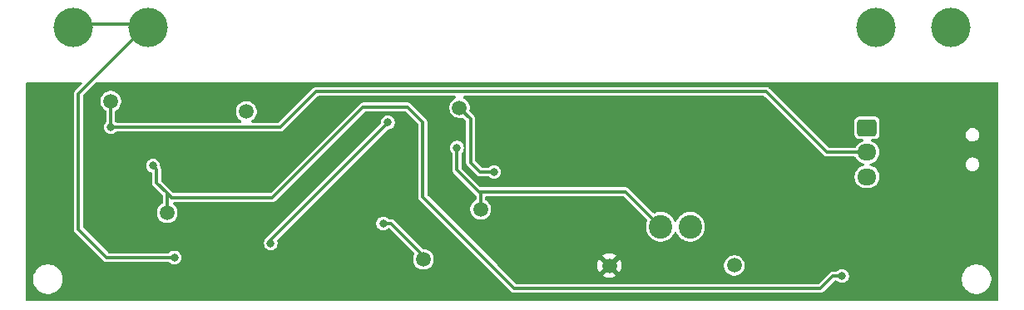
<source format=gbr>
%TF.GenerationSoftware,KiCad,Pcbnew,9.0.5*%
%TF.CreationDate,2025-12-22T18:40:51+01:00*%
%TF.ProjectId,Carte__lectronique,43617274-655f-4e96-9c65-6374726f6e69,rev?*%
%TF.SameCoordinates,Original*%
%TF.FileFunction,Copper,L2,Bot*%
%TF.FilePolarity,Positive*%
%FSLAX46Y46*%
G04 Gerber Fmt 4.6, Leading zero omitted, Abs format (unit mm)*
G04 Created by KiCad (PCBNEW 9.0.5) date 2025-12-22 18:40:51*
%MOMM*%
%LPD*%
G01*
G04 APERTURE LIST*
G04 Aperture macros list*
%AMRoundRect*
0 Rectangle with rounded corners*
0 $1 Rounding radius*
0 $2 $3 $4 $5 $6 $7 $8 $9 X,Y pos of 4 corners*
0 Add a 4 corners polygon primitive as box body*
4,1,4,$2,$3,$4,$5,$6,$7,$8,$9,$2,$3,0*
0 Add four circle primitives for the rounded corners*
1,1,$1+$1,$2,$3*
1,1,$1+$1,$4,$5*
1,1,$1+$1,$6,$7*
1,1,$1+$1,$8,$9*
0 Add four rect primitives between the rounded corners*
20,1,$1+$1,$2,$3,$4,$5,0*
20,1,$1+$1,$4,$5,$6,$7,0*
20,1,$1+$1,$6,$7,$8,$9,0*
20,1,$1+$1,$8,$9,$2,$3,0*%
G04 Aperture macros list end*
%TA.AperFunction,ComponentPad*%
%ADD10C,1.500000*%
%TD*%
%TA.AperFunction,ComponentPad*%
%ADD11C,4.000000*%
%TD*%
%TA.AperFunction,ComponentPad*%
%ADD12RoundRect,0.250000X-0.725000X0.600000X-0.725000X-0.600000X0.725000X-0.600000X0.725000X0.600000X0*%
%TD*%
%TA.AperFunction,ComponentPad*%
%ADD13O,1.950000X1.700000*%
%TD*%
%TA.AperFunction,ComponentPad*%
%ADD14C,2.400000*%
%TD*%
%TA.AperFunction,ViaPad*%
%ADD15C,0.800000*%
%TD*%
%TA.AperFunction,Conductor*%
%ADD16C,0.300000*%
%TD*%
G04 APERTURE END LIST*
D10*
%TO.P,TP5,1,1*%
%TO.N,/tripleur*%
X46571200Y-87206800D03*
%TD*%
D11*
%TO.P,V1,1,1*%
%TO.N,/400V_HV_TP*%
X118262200Y-78612800D03*
X110642200Y-78612800D03*
%TO.P,V1,2,2*%
%TO.N,Net-(C10-Pad1)*%
X36596200Y-78612800D03*
X28981200Y-78612800D03*
%TD*%
D10*
%TO.P,TP1,1,1*%
%TO.N,+5V*%
X83521200Y-102906800D03*
%TD*%
%TO.P,TP3,1,1*%
%TO.N,Net-(R4-Pad1)*%
X64596200Y-102256800D03*
%TD*%
%TO.P,TP8,1,1*%
%TO.N,/out_NE-Mono*%
X38521200Y-97506800D03*
%TD*%
%TO.P,TP2,1,1*%
%TO.N,GND*%
X96239687Y-102885185D03*
%TD*%
D12*
%TO.P,J1,1,Pin_1*%
%TO.N,GND*%
X109753200Y-88852800D03*
D13*
%TO.P,J1,2,Pin_2*%
%TO.N,INT*%
X109753200Y-91352800D03*
%TO.P,J1,3,Pin_3*%
%TO.N,Net-(J1-Pin_3)*%
X109753200Y-93852800D03*
%TD*%
D10*
%TO.P,TP7,1,1*%
%TO.N,/out_NE-A*%
X68271200Y-86806800D03*
%TD*%
D14*
%TO.P,L2,1,1*%
%TO.N,/boost_dc*%
X88751200Y-98932800D03*
%TO.P,L2,2,2*%
%TO.N,Net-(U1-VCC)*%
X91751200Y-98932800D03*
%TD*%
D10*
%TO.P,TP4,1,1*%
%TO.N,/boost_dc*%
X70421200Y-97156800D03*
%TD*%
%TO.P,TP6,1,1*%
%TO.N,INT*%
X32771200Y-86156800D03*
%TD*%
D15*
%TO.N,+5V*%
X107211200Y-100898800D03*
X39193935Y-87336319D03*
X78241200Y-96392800D03*
X105181200Y-92328800D03*
X118101200Y-87096800D03*
%TO.N,/boost_dc*%
X68003324Y-90878056D03*
%TO.N,INT*%
X32791200Y-88788800D03*
%TO.N,/400V_HV_TP*%
X60985200Y-88303300D03*
X49057200Y-100610800D03*
%TO.N,/out_NE-A*%
X71790377Y-93356632D03*
%TO.N,/out_NE-Mono*%
X37067448Y-92714800D03*
X107211200Y-103946800D03*
%TO.N,Net-(R4-Pad1)*%
X60495200Y-98602800D03*
%TO.N,Net-(C10-Pad1)*%
X39246200Y-102069300D03*
%TD*%
D16*
%TO.N,/boost_dc*%
X70421200Y-95558451D02*
X70421200Y-97156800D01*
X68003324Y-93140575D02*
X68003324Y-90878056D01*
X88751200Y-98932800D02*
X85195200Y-95376800D01*
X85195200Y-95376800D02*
X70239549Y-95376800D01*
X70239549Y-95376800D02*
X70421200Y-95558451D01*
X70239549Y-95376800D02*
X68003324Y-93140575D01*
%TO.N,INT*%
X32771200Y-86156800D02*
X32771200Y-88768800D01*
X50047200Y-88788800D02*
X53679200Y-85156800D01*
X109744200Y-91343800D02*
X109753200Y-91352800D01*
X32771200Y-88768800D02*
X32791200Y-88788800D01*
X99465200Y-85156800D02*
X105652200Y-91343800D01*
X32791200Y-88788800D02*
X50047200Y-88788800D01*
X53679200Y-85156800D02*
X99465200Y-85156800D01*
X105652200Y-91343800D02*
X109744200Y-91343800D01*
%TO.N,/400V_HV_TP*%
X60985200Y-88303300D02*
X60985200Y-88342800D01*
X49057200Y-100270800D02*
X49057200Y-100610800D01*
X60985200Y-88342800D02*
X49057200Y-100270800D01*
%TO.N,/out_NE-A*%
X69396200Y-87931800D02*
X69396200Y-92406800D01*
X68271200Y-86806800D02*
X69396200Y-87931800D01*
X70346032Y-93356632D02*
X71790377Y-93356632D01*
X69396200Y-92406800D02*
X70346032Y-93356632D01*
%TO.N,/out_NE-Mono*%
X64541200Y-88264800D02*
X64541200Y-95884800D01*
X37067448Y-92714800D02*
X37453448Y-93100800D01*
X38521200Y-97506800D02*
X38521200Y-95518800D01*
X49213681Y-95972319D02*
X58445200Y-86740800D01*
X64541200Y-95884800D02*
X73863200Y-105206800D01*
X37453448Y-94451048D02*
X38521200Y-95518800D01*
X38521200Y-95518800D02*
X38974719Y-95972319D01*
X105011200Y-105206800D02*
X106271200Y-103946800D01*
X38974719Y-95972319D02*
X49213681Y-95972319D01*
X58445200Y-86740800D02*
X63017200Y-86740800D01*
X37453448Y-93100800D02*
X37453448Y-94451048D01*
X106271200Y-103946800D02*
X107211200Y-103946800D01*
X63017200Y-86740800D02*
X64541200Y-88264800D01*
X73863200Y-105206800D02*
X105011200Y-105206800D01*
%TO.N,Net-(R4-Pad1)*%
X61317200Y-98602800D02*
X64596200Y-101881800D01*
X64596200Y-101881800D02*
X64596200Y-102256800D01*
X60495200Y-98602800D02*
X61317200Y-98602800D01*
%TO.N,Net-(C10-Pad1)*%
X36265200Y-78612800D02*
X29489200Y-85388800D01*
X29489200Y-85388800D02*
X29489200Y-99186800D01*
X29489200Y-99186800D02*
X32371700Y-102069300D01*
X32371700Y-102069300D02*
X39246200Y-102069300D01*
X36251062Y-78267662D02*
X36596200Y-78612800D01*
X36596200Y-78612800D02*
X36265200Y-78612800D01*
X27714696Y-78267662D02*
X36251062Y-78267662D01*
%TD*%
%TA.AperFunction,Conductor*%
%TO.N,+5V*%
G36*
X29802174Y-84226085D02*
G01*
X29847929Y-84278889D01*
X29857873Y-84348047D01*
X29828848Y-84411603D01*
X29822816Y-84418081D01*
X29128713Y-85112183D01*
X29128709Y-85112189D01*
X29069401Y-85214912D01*
X29069400Y-85214917D01*
X29038700Y-85329491D01*
X29038700Y-99246108D01*
X29062912Y-99336472D01*
X29069400Y-99360685D01*
X29069400Y-99360686D01*
X29069401Y-99360687D01*
X29128711Y-99463414D01*
X32095086Y-102429790D01*
X32197814Y-102489099D01*
X32312391Y-102519800D01*
X38654682Y-102519800D01*
X38721721Y-102539485D01*
X38742358Y-102556114D01*
X38799655Y-102613411D01*
X38799659Y-102613415D01*
X38914382Y-102690071D01*
X38914395Y-102690078D01*
X39041867Y-102742878D01*
X39041872Y-102742880D01*
X39041876Y-102742880D01*
X39041877Y-102742881D01*
X39177204Y-102769800D01*
X39177207Y-102769800D01*
X39315195Y-102769800D01*
X39406241Y-102751689D01*
X39450528Y-102742880D01*
X39578011Y-102690075D01*
X39692742Y-102613414D01*
X39790314Y-102515842D01*
X39866975Y-102401111D01*
X39919780Y-102273628D01*
X39931109Y-102216672D01*
X39946700Y-102138295D01*
X39946700Y-102000304D01*
X39919781Y-101864977D01*
X39919780Y-101864976D01*
X39919780Y-101864972D01*
X39919013Y-101863120D01*
X39866978Y-101737495D01*
X39866971Y-101737482D01*
X39790314Y-101622758D01*
X39790311Y-101622754D01*
X39692745Y-101525188D01*
X39692741Y-101525185D01*
X39578017Y-101448528D01*
X39578004Y-101448521D01*
X39450532Y-101395721D01*
X39450522Y-101395718D01*
X39315195Y-101368800D01*
X39315193Y-101368800D01*
X39177207Y-101368800D01*
X39177205Y-101368800D01*
X39041877Y-101395718D01*
X39041867Y-101395721D01*
X38914395Y-101448521D01*
X38914382Y-101448528D01*
X38799659Y-101525184D01*
X38771011Y-101553832D01*
X38742361Y-101582482D01*
X38681041Y-101615966D01*
X38654682Y-101618800D01*
X32609666Y-101618800D01*
X32542627Y-101599115D01*
X32521985Y-101582481D01*
X31619299Y-100679795D01*
X48356699Y-100679795D01*
X48383618Y-100815122D01*
X48383621Y-100815132D01*
X48436421Y-100942604D01*
X48436428Y-100942617D01*
X48513085Y-101057341D01*
X48513088Y-101057345D01*
X48610654Y-101154911D01*
X48610658Y-101154914D01*
X48725382Y-101231571D01*
X48725395Y-101231578D01*
X48852867Y-101284378D01*
X48852872Y-101284380D01*
X48852876Y-101284380D01*
X48852877Y-101284381D01*
X48988204Y-101311300D01*
X48988207Y-101311300D01*
X49126195Y-101311300D01*
X49217241Y-101293189D01*
X49261528Y-101284380D01*
X49389011Y-101231575D01*
X49503742Y-101154914D01*
X49601314Y-101057342D01*
X49677975Y-100942611D01*
X49730780Y-100815128D01*
X49757700Y-100679793D01*
X49757700Y-100541807D01*
X49757700Y-100541804D01*
X49730781Y-100406477D01*
X49730780Y-100406476D01*
X49730780Y-100406472D01*
X49726589Y-100396353D01*
X49712065Y-100361289D01*
X49704596Y-100291820D01*
X49735871Y-100229341D01*
X49738917Y-100226184D01*
X51293306Y-98671795D01*
X59794699Y-98671795D01*
X59821618Y-98807122D01*
X59821621Y-98807132D01*
X59874421Y-98934604D01*
X59874428Y-98934617D01*
X59951085Y-99049341D01*
X59951088Y-99049345D01*
X60048654Y-99146911D01*
X60048658Y-99146914D01*
X60163382Y-99223571D01*
X60163395Y-99223578D01*
X60290867Y-99276378D01*
X60290872Y-99276380D01*
X60290876Y-99276380D01*
X60290877Y-99276381D01*
X60426204Y-99303300D01*
X60426207Y-99303300D01*
X60564195Y-99303300D01*
X60660375Y-99284168D01*
X60699528Y-99276380D01*
X60827011Y-99223575D01*
X60941742Y-99146914D01*
X60995297Y-99093358D01*
X61056616Y-99059875D01*
X61126308Y-99064858D01*
X61170657Y-99093360D01*
X63661889Y-101584592D01*
X63695374Y-101645915D01*
X63690390Y-101715607D01*
X63677314Y-101741159D01*
X63665257Y-101759203D01*
X63586070Y-101950379D01*
X63586068Y-101950387D01*
X63545700Y-102153330D01*
X63545700Y-102360269D01*
X63584793Y-102556800D01*
X63586070Y-102563220D01*
X63665259Y-102754398D01*
X63675550Y-102769800D01*
X63780224Y-102926457D01*
X63926542Y-103072775D01*
X63926545Y-103072777D01*
X64098602Y-103187741D01*
X64289780Y-103266930D01*
X64492730Y-103307299D01*
X64492734Y-103307300D01*
X64492735Y-103307300D01*
X64699666Y-103307300D01*
X64699667Y-103307299D01*
X64902620Y-103266930D01*
X65093798Y-103187741D01*
X65265855Y-103072777D01*
X65412177Y-102926455D01*
X65527141Y-102754398D01*
X65606330Y-102563220D01*
X65646700Y-102360265D01*
X65646700Y-102153335D01*
X65606330Y-101950380D01*
X65527141Y-101759202D01*
X65412177Y-101587145D01*
X65412175Y-101587142D01*
X65265857Y-101440824D01*
X65158064Y-101368800D01*
X65093798Y-101325859D01*
X64993659Y-101284380D01*
X64902620Y-101246670D01*
X64902612Y-101246668D01*
X64699669Y-101206300D01*
X64699665Y-101206300D01*
X64609165Y-101206300D01*
X64542126Y-101186615D01*
X64521484Y-101169981D01*
X61593816Y-98242313D01*
X61593814Y-98242311D01*
X61491087Y-98183001D01*
X61491084Y-98182999D01*
X61466658Y-98176455D01*
X61466657Y-98176454D01*
X61466657Y-98176455D01*
X61391265Y-98156254D01*
X61376509Y-98152300D01*
X61376508Y-98152300D01*
X61086718Y-98152300D01*
X61019679Y-98132615D01*
X60999041Y-98115985D01*
X60941742Y-98058686D01*
X60941741Y-98058685D01*
X60941740Y-98058684D01*
X60827017Y-97982028D01*
X60827004Y-97982021D01*
X60699532Y-97929221D01*
X60699522Y-97929218D01*
X60564195Y-97902300D01*
X60564193Y-97902300D01*
X60426207Y-97902300D01*
X60426205Y-97902300D01*
X60290877Y-97929218D01*
X60290867Y-97929221D01*
X60163395Y-97982021D01*
X60163382Y-97982028D01*
X60048658Y-98058685D01*
X60048654Y-98058688D01*
X59951088Y-98156254D01*
X59951085Y-98156258D01*
X59874428Y-98270982D01*
X59874421Y-98270995D01*
X59821621Y-98398467D01*
X59821618Y-98398477D01*
X59794700Y-98533804D01*
X59794700Y-98533807D01*
X59794700Y-98671793D01*
X59794700Y-98671795D01*
X59794699Y-98671795D01*
X51293306Y-98671795D01*
X60924984Y-89040119D01*
X60986307Y-89006634D01*
X61012665Y-89003800D01*
X61054195Y-89003800D01*
X61145241Y-88985689D01*
X61189528Y-88976880D01*
X61317011Y-88924075D01*
X61431742Y-88847414D01*
X61529314Y-88749842D01*
X61605975Y-88635111D01*
X61658780Y-88507628D01*
X61685700Y-88372293D01*
X61685700Y-88234307D01*
X61685700Y-88234304D01*
X61658781Y-88098977D01*
X61658780Y-88098976D01*
X61658780Y-88098972D01*
X61655442Y-88090914D01*
X61605978Y-87971495D01*
X61605971Y-87971482D01*
X61529314Y-87856758D01*
X61529311Y-87856754D01*
X61431745Y-87759188D01*
X61431741Y-87759185D01*
X61317017Y-87682528D01*
X61317004Y-87682521D01*
X61189532Y-87629721D01*
X61189522Y-87629718D01*
X61054195Y-87602800D01*
X61054193Y-87602800D01*
X60916207Y-87602800D01*
X60916205Y-87602800D01*
X60780877Y-87629718D01*
X60780867Y-87629721D01*
X60653395Y-87682521D01*
X60653382Y-87682528D01*
X60538658Y-87759185D01*
X60538654Y-87759188D01*
X60441088Y-87856754D01*
X60441085Y-87856758D01*
X60364428Y-87971482D01*
X60364421Y-87971495D01*
X60311621Y-88098967D01*
X60311618Y-88098977D01*
X60284700Y-88234304D01*
X60284700Y-88354834D01*
X60265015Y-88421873D01*
X60248381Y-88442515D01*
X48696711Y-99994185D01*
X48691764Y-100000632D01*
X48691001Y-100000047D01*
X48658573Y-100034669D01*
X48610660Y-100066684D01*
X48513084Y-100164259D01*
X48436428Y-100278982D01*
X48436421Y-100278995D01*
X48383621Y-100406467D01*
X48383618Y-100406477D01*
X48356700Y-100541804D01*
X48356700Y-100541807D01*
X48356700Y-100679793D01*
X48356700Y-100679795D01*
X48356699Y-100679795D01*
X31619299Y-100679795D01*
X29976019Y-99036515D01*
X29942534Y-98975192D01*
X29939700Y-98948834D01*
X29939700Y-92783795D01*
X36366947Y-92783795D01*
X36393866Y-92919122D01*
X36393869Y-92919132D01*
X36446669Y-93046604D01*
X36446676Y-93046617D01*
X36523333Y-93161341D01*
X36523336Y-93161345D01*
X36620902Y-93258911D01*
X36620906Y-93258914D01*
X36735630Y-93335571D01*
X36735643Y-93335578D01*
X36863115Y-93388378D01*
X36863120Y-93388380D01*
X36903139Y-93396340D01*
X36965049Y-93428723D01*
X36999624Y-93489438D01*
X37002948Y-93517957D01*
X37002948Y-94510358D01*
X37026564Y-94598497D01*
X37033647Y-94624931D01*
X37033648Y-94624934D01*
X37033649Y-94624935D01*
X37092959Y-94727662D01*
X37092961Y-94727664D01*
X38034381Y-95669084D01*
X38067866Y-95730407D01*
X38070700Y-95756765D01*
X38070700Y-96478109D01*
X38051015Y-96545148D01*
X38015591Y-96581211D01*
X37851544Y-96690822D01*
X37705224Y-96837142D01*
X37590258Y-97009203D01*
X37511070Y-97200379D01*
X37511068Y-97200387D01*
X37470700Y-97403330D01*
X37470700Y-97610269D01*
X37506110Y-97788285D01*
X37511070Y-97813220D01*
X37590259Y-98004398D01*
X37626532Y-98058685D01*
X37705223Y-98176455D01*
X37705225Y-98176458D01*
X37851542Y-98322775D01*
X37851545Y-98322777D01*
X38023602Y-98437741D01*
X38214780Y-98516930D01*
X38417730Y-98557299D01*
X38417734Y-98557300D01*
X38417735Y-98557300D01*
X38624666Y-98557300D01*
X38624667Y-98557299D01*
X38827620Y-98516930D01*
X39018798Y-98437741D01*
X39190855Y-98322777D01*
X39337177Y-98176455D01*
X39452141Y-98004398D01*
X39531330Y-97813220D01*
X39571700Y-97610265D01*
X39571700Y-97403335D01*
X39531330Y-97200380D01*
X39452141Y-97009202D01*
X39337177Y-96837145D01*
X39337175Y-96837142D01*
X39190858Y-96690825D01*
X39190850Y-96690819D01*
X39129642Y-96649921D01*
X39084836Y-96596309D01*
X39076129Y-96526984D01*
X39106283Y-96463957D01*
X39165726Y-96427237D01*
X39198532Y-96422819D01*
X49272989Y-96422819D01*
X49272990Y-96422819D01*
X49363354Y-96398605D01*
X49387568Y-96392118D01*
X49490295Y-96332808D01*
X58595484Y-87227619D01*
X58656807Y-87194134D01*
X58683165Y-87191300D01*
X62779235Y-87191300D01*
X62846274Y-87210985D01*
X62866916Y-87227619D01*
X64054381Y-88415084D01*
X64087866Y-88476407D01*
X64090700Y-88502765D01*
X64090700Y-95944111D01*
X64097449Y-95969296D01*
X64097449Y-95969299D01*
X64097450Y-95969299D01*
X64121401Y-96058687D01*
X64180711Y-96161414D01*
X73586586Y-105567290D01*
X73689313Y-105626599D01*
X73713521Y-105633084D01*
X73713524Y-105633086D01*
X73713525Y-105633086D01*
X73743647Y-105641157D01*
X73803891Y-105657300D01*
X73803893Y-105657300D01*
X105070508Y-105657300D01*
X105070509Y-105657300D01*
X105160873Y-105633086D01*
X105185087Y-105626599D01*
X105287814Y-105567289D01*
X106421484Y-104433619D01*
X106448411Y-104418915D01*
X106474230Y-104402323D01*
X106480430Y-104401431D01*
X106482807Y-104400134D01*
X106509165Y-104397300D01*
X106619682Y-104397300D01*
X106686721Y-104416985D01*
X106707358Y-104433614D01*
X106764655Y-104490911D01*
X106764659Y-104490915D01*
X106879382Y-104567571D01*
X106879395Y-104567578D01*
X107006867Y-104620378D01*
X107006872Y-104620380D01*
X107006876Y-104620380D01*
X107006877Y-104620381D01*
X107142204Y-104647300D01*
X107142207Y-104647300D01*
X107280195Y-104647300D01*
X107371241Y-104629189D01*
X107415528Y-104620380D01*
X107514124Y-104579540D01*
X107543004Y-104567578D01*
X107543004Y-104567577D01*
X107543011Y-104567575D01*
X107657742Y-104490914D01*
X107755314Y-104393342D01*
X107831975Y-104278611D01*
X107884695Y-104151334D01*
X119383694Y-104151334D01*
X119383694Y-104387529D01*
X119420640Y-104620800D01*
X119493627Y-104845428D01*
X119600851Y-105055865D01*
X119739677Y-105246942D01*
X119906684Y-105413949D01*
X120097761Y-105552775D01*
X120197185Y-105603434D01*
X120308197Y-105659998D01*
X120308199Y-105659998D01*
X120308202Y-105660000D01*
X120428606Y-105699121D01*
X120532825Y-105732985D01*
X120766097Y-105769932D01*
X120766102Y-105769932D01*
X121002291Y-105769932D01*
X121235562Y-105732985D01*
X121460186Y-105660000D01*
X121670627Y-105552775D01*
X121861704Y-105413949D01*
X122028711Y-105246942D01*
X122167537Y-105055865D01*
X122274762Y-104845424D01*
X122347747Y-104620800D01*
X122355237Y-104573508D01*
X122384694Y-104387529D01*
X122384694Y-104151334D01*
X122347747Y-103918063D01*
X122290695Y-103742477D01*
X122274762Y-103693440D01*
X122274760Y-103693437D01*
X122274760Y-103693435D01*
X122189957Y-103527001D01*
X122167537Y-103482999D01*
X122028711Y-103291922D01*
X121861704Y-103124915D01*
X121670627Y-102986089D01*
X121605447Y-102952878D01*
X121460190Y-102878865D01*
X121235562Y-102805878D01*
X121002291Y-102768932D01*
X121002286Y-102768932D01*
X120766102Y-102768932D01*
X120766097Y-102768932D01*
X120532825Y-102805878D01*
X120308197Y-102878865D01*
X120097760Y-102986089D01*
X120020951Y-103041895D01*
X119906684Y-103124915D01*
X119906682Y-103124917D01*
X119906681Y-103124917D01*
X119739679Y-103291919D01*
X119739679Y-103291920D01*
X119739677Y-103291922D01*
X119680056Y-103373982D01*
X119600851Y-103482998D01*
X119493627Y-103693435D01*
X119420640Y-103918063D01*
X119383694Y-104151334D01*
X107884695Y-104151334D01*
X107884780Y-104151128D01*
X107911700Y-104015793D01*
X107911700Y-103877807D01*
X107911700Y-103877804D01*
X107884781Y-103742477D01*
X107884780Y-103742476D01*
X107884780Y-103742472D01*
X107867668Y-103701160D01*
X107831978Y-103614995D01*
X107831971Y-103614982D01*
X107755314Y-103500258D01*
X107755311Y-103500254D01*
X107657745Y-103402688D01*
X107657741Y-103402685D01*
X107543017Y-103326028D01*
X107543004Y-103326021D01*
X107415532Y-103273221D01*
X107415522Y-103273218D01*
X107280195Y-103246300D01*
X107280193Y-103246300D01*
X107142207Y-103246300D01*
X107142205Y-103246300D01*
X107006877Y-103273218D01*
X107006867Y-103273221D01*
X106879395Y-103326021D01*
X106879382Y-103326028D01*
X106764659Y-103402684D01*
X106736011Y-103431332D01*
X106707361Y-103459982D01*
X106646041Y-103493466D01*
X106619682Y-103496300D01*
X106211891Y-103496300D01*
X106121525Y-103520513D01*
X106121524Y-103520512D01*
X106097316Y-103526999D01*
X106097313Y-103527000D01*
X105994586Y-103586311D01*
X105994583Y-103586313D01*
X104860916Y-104719981D01*
X104799593Y-104753466D01*
X104773235Y-104756300D01*
X74101166Y-104756300D01*
X74034127Y-104736615D01*
X74013485Y-104719981D01*
X73243981Y-103950477D01*
X82831073Y-103950477D01*
X82831073Y-103950478D01*
X82866058Y-103975896D01*
X83041364Y-104065218D01*
X83228494Y-104126021D01*
X83422818Y-104156800D01*
X83619582Y-104156800D01*
X83813905Y-104126021D01*
X84001035Y-104065218D01*
X84176343Y-103975895D01*
X84211325Y-103950478D01*
X84211326Y-103950478D01*
X83521201Y-103260353D01*
X83521200Y-103260353D01*
X82831073Y-103950477D01*
X73243981Y-103950477D01*
X72101921Y-102808417D01*
X82271200Y-102808417D01*
X82271200Y-103005182D01*
X82301978Y-103199505D01*
X82362781Y-103386635D01*
X82452105Y-103561945D01*
X82477519Y-103596925D01*
X82477520Y-103596925D01*
X83167646Y-102906800D01*
X83167646Y-102906799D01*
X83121569Y-102860722D01*
X83171200Y-102860722D01*
X83171200Y-102952878D01*
X83195052Y-103041895D01*
X83241130Y-103121705D01*
X83306295Y-103186870D01*
X83386105Y-103232948D01*
X83475122Y-103256800D01*
X83567278Y-103256800D01*
X83656295Y-103232948D01*
X83736105Y-103186870D01*
X83801270Y-103121705D01*
X83847348Y-103041895D01*
X83871200Y-102952878D01*
X83871200Y-102906799D01*
X83874753Y-102906799D01*
X83874753Y-102906801D01*
X84564878Y-103596926D01*
X84564878Y-103596925D01*
X84590295Y-103561943D01*
X84679618Y-103386635D01*
X84740421Y-103199505D01*
X84771200Y-103005182D01*
X84771200Y-102808417D01*
X84769079Y-102795026D01*
X84766971Y-102781715D01*
X95189187Y-102781715D01*
X95189187Y-102988654D01*
X95229555Y-103191597D01*
X95229557Y-103191605D01*
X95258033Y-103260353D01*
X95308746Y-103382783D01*
X95322044Y-103402685D01*
X95423711Y-103554842D01*
X95570029Y-103701160D01*
X95570032Y-103701162D01*
X95742089Y-103816126D01*
X95933267Y-103895315D01*
X96136217Y-103935684D01*
X96136221Y-103935685D01*
X96136222Y-103935685D01*
X96343153Y-103935685D01*
X96343154Y-103935684D01*
X96546107Y-103895315D01*
X96737285Y-103816126D01*
X96909342Y-103701162D01*
X97055664Y-103554840D01*
X97170628Y-103382783D01*
X97249817Y-103191605D01*
X97290187Y-102988650D01*
X97290187Y-102781720D01*
X97249817Y-102578765D01*
X97170628Y-102387587D01*
X97055664Y-102215530D01*
X97055662Y-102215527D01*
X96909344Y-102069209D01*
X96806219Y-102000304D01*
X96737285Y-101954244D01*
X96727973Y-101950387D01*
X96546107Y-101875055D01*
X96546099Y-101875053D01*
X96343156Y-101834685D01*
X96343152Y-101834685D01*
X96136222Y-101834685D01*
X96136217Y-101834685D01*
X95933274Y-101875053D01*
X95933266Y-101875055D01*
X95742090Y-101954243D01*
X95570029Y-102069209D01*
X95423711Y-102215527D01*
X95308745Y-102387588D01*
X95229557Y-102578764D01*
X95229555Y-102578772D01*
X95189187Y-102781715D01*
X84766971Y-102781715D01*
X84740421Y-102614094D01*
X84679618Y-102426964D01*
X84590296Y-102251658D01*
X84564878Y-102216673D01*
X84564877Y-102216673D01*
X83874753Y-102906799D01*
X83871200Y-102906799D01*
X83871200Y-102860722D01*
X83847348Y-102771705D01*
X83801270Y-102691895D01*
X83736105Y-102626730D01*
X83656295Y-102580652D01*
X83567278Y-102556800D01*
X83475122Y-102556800D01*
X83386105Y-102580652D01*
X83306295Y-102626730D01*
X83241130Y-102691895D01*
X83195052Y-102771705D01*
X83171200Y-102860722D01*
X83121569Y-102860722D01*
X82477520Y-102216672D01*
X82477520Y-102216673D01*
X82452102Y-102251659D01*
X82452099Y-102251663D01*
X82362782Y-102426961D01*
X82301978Y-102614094D01*
X82271200Y-102808417D01*
X72101921Y-102808417D01*
X71156624Y-101863120D01*
X82831072Y-101863120D01*
X83521200Y-102553246D01*
X83521201Y-102553246D01*
X84211325Y-101863120D01*
X84211325Y-101863119D01*
X84176345Y-101837705D01*
X84001035Y-101748381D01*
X83813905Y-101687578D01*
X83619582Y-101656800D01*
X83422818Y-101656800D01*
X83228494Y-101687578D01*
X83041361Y-101748382D01*
X82866063Y-101837699D01*
X82866059Y-101837702D01*
X82831073Y-101863120D01*
X82831072Y-101863120D01*
X71156624Y-101863120D01*
X65028019Y-95734515D01*
X64994534Y-95673192D01*
X64991700Y-95646834D01*
X64991700Y-90947051D01*
X67302823Y-90947051D01*
X67329742Y-91082378D01*
X67329745Y-91082388D01*
X67382545Y-91209860D01*
X67382552Y-91209873D01*
X67459208Y-91324596D01*
X67459209Y-91324597D01*
X67459210Y-91324598D01*
X67516506Y-91381894D01*
X67549990Y-91443215D01*
X67552824Y-91469574D01*
X67552824Y-93199885D01*
X67563674Y-93240380D01*
X67563675Y-93240380D01*
X67583525Y-93314462D01*
X67642835Y-93417189D01*
X69934382Y-95708737D01*
X69967866Y-95770058D01*
X69970700Y-95796416D01*
X69970700Y-96128109D01*
X69951015Y-96195148D01*
X69915591Y-96231211D01*
X69751544Y-96340822D01*
X69605224Y-96487142D01*
X69490258Y-96659203D01*
X69411070Y-96850379D01*
X69411068Y-96850387D01*
X69370700Y-97053330D01*
X69370700Y-97260269D01*
X69411068Y-97463212D01*
X69411070Y-97463220D01*
X69490258Y-97654396D01*
X69605224Y-97826457D01*
X69751542Y-97972775D01*
X69751545Y-97972777D01*
X69923602Y-98087741D01*
X70114780Y-98166930D01*
X70317730Y-98207299D01*
X70317734Y-98207300D01*
X70317735Y-98207300D01*
X70524666Y-98207300D01*
X70524667Y-98207299D01*
X70727620Y-98166930D01*
X70918798Y-98087741D01*
X71090855Y-97972777D01*
X71237177Y-97826455D01*
X71352141Y-97654398D01*
X71431330Y-97463220D01*
X71471700Y-97260265D01*
X71471700Y-97053335D01*
X71431330Y-96850380D01*
X71352141Y-96659202D01*
X71237177Y-96487145D01*
X71237175Y-96487142D01*
X71090855Y-96340822D01*
X70926809Y-96231211D01*
X70921718Y-96225119D01*
X70914497Y-96221822D01*
X70899633Y-96198694D01*
X70882004Y-96177599D01*
X70880052Y-96168224D01*
X70876723Y-96163044D01*
X70871700Y-96128109D01*
X70871700Y-95951300D01*
X70891385Y-95884261D01*
X70944189Y-95838506D01*
X70995700Y-95827300D01*
X84957235Y-95827300D01*
X85024274Y-95846985D01*
X85044916Y-95863619D01*
X87356831Y-98175534D01*
X87390316Y-98236857D01*
X87385332Y-98306549D01*
X87379636Y-98319507D01*
X87360635Y-98356800D01*
X87287646Y-98581431D01*
X87250700Y-98814702D01*
X87250700Y-99050897D01*
X87287646Y-99284168D01*
X87360633Y-99508796D01*
X87467857Y-99719233D01*
X87606683Y-99910310D01*
X87773690Y-100077317D01*
X87964767Y-100216143D01*
X87984419Y-100226156D01*
X88175203Y-100323366D01*
X88175205Y-100323366D01*
X88175208Y-100323368D01*
X88291916Y-100361289D01*
X88399831Y-100396353D01*
X88633103Y-100433300D01*
X88633108Y-100433300D01*
X88869297Y-100433300D01*
X89102568Y-100396353D01*
X89327192Y-100323368D01*
X89537633Y-100216143D01*
X89728710Y-100077317D01*
X89895717Y-99910310D01*
X90034543Y-99719233D01*
X90140715Y-99510857D01*
X90188689Y-99460062D01*
X90256510Y-99443267D01*
X90322645Y-99465804D01*
X90361684Y-99510857D01*
X90467857Y-99719233D01*
X90606683Y-99910310D01*
X90773690Y-100077317D01*
X90964767Y-100216143D01*
X90984419Y-100226156D01*
X91175203Y-100323366D01*
X91175205Y-100323366D01*
X91175208Y-100323368D01*
X91291916Y-100361289D01*
X91399831Y-100396353D01*
X91633103Y-100433300D01*
X91633108Y-100433300D01*
X91869297Y-100433300D01*
X92102568Y-100396353D01*
X92327192Y-100323368D01*
X92537633Y-100216143D01*
X92728710Y-100077317D01*
X92895717Y-99910310D01*
X93034543Y-99719233D01*
X93141768Y-99508792D01*
X93214753Y-99284168D01*
X93215986Y-99276381D01*
X93251700Y-99050897D01*
X93251700Y-98814702D01*
X93214753Y-98581431D01*
X93141766Y-98356803D01*
X93049875Y-98176458D01*
X93034543Y-98146367D01*
X92895717Y-97955290D01*
X92728710Y-97788283D01*
X92537633Y-97649457D01*
X92327196Y-97542233D01*
X92102568Y-97469246D01*
X91869297Y-97432300D01*
X91869292Y-97432300D01*
X91633108Y-97432300D01*
X91633103Y-97432300D01*
X91399831Y-97469246D01*
X91175203Y-97542233D01*
X90964766Y-97649457D01*
X90855750Y-97728662D01*
X90773690Y-97788283D01*
X90773688Y-97788285D01*
X90773687Y-97788285D01*
X90606685Y-97955287D01*
X90606685Y-97955288D01*
X90606683Y-97955290D01*
X90571004Y-98004398D01*
X90467857Y-98146366D01*
X90361685Y-98354741D01*
X90313710Y-98405537D01*
X90245889Y-98422332D01*
X90179754Y-98399795D01*
X90140715Y-98354741D01*
X90083429Y-98242311D01*
X90034543Y-98146367D01*
X89895717Y-97955290D01*
X89728710Y-97788283D01*
X89537633Y-97649457D01*
X89327196Y-97542233D01*
X89102568Y-97469246D01*
X88869297Y-97432300D01*
X88869292Y-97432300D01*
X88633108Y-97432300D01*
X88633103Y-97432300D01*
X88399831Y-97469246D01*
X88227354Y-97525288D01*
X88175208Y-97542232D01*
X88175205Y-97542233D01*
X88175200Y-97542235D01*
X88137907Y-97561236D01*
X88069238Y-97574131D01*
X88004498Y-97547853D01*
X87993934Y-97538431D01*
X85471816Y-95016313D01*
X85471814Y-95016311D01*
X85400210Y-94974970D01*
X85369088Y-94957001D01*
X85356980Y-94953757D01*
X85344873Y-94950513D01*
X85344870Y-94950512D01*
X85306678Y-94940278D01*
X85254509Y-94926300D01*
X85254508Y-94926300D01*
X70477515Y-94926300D01*
X70410476Y-94906615D01*
X70389834Y-94889981D01*
X68490143Y-92990290D01*
X68456658Y-92928967D01*
X68453824Y-92902609D01*
X68453824Y-91469574D01*
X68473509Y-91402535D01*
X68490138Y-91381897D01*
X68547438Y-91324598D01*
X68624099Y-91209867D01*
X68676904Y-91082384D01*
X68687621Y-91028503D01*
X68697700Y-90977839D01*
X68697700Y-90977836D01*
X68703824Y-90947049D01*
X68703824Y-90809063D01*
X68697700Y-90778275D01*
X68697700Y-90778273D01*
X68676905Y-90673733D01*
X68676904Y-90673732D01*
X68676904Y-90673728D01*
X68647732Y-90603300D01*
X68624102Y-90546251D01*
X68624095Y-90546238D01*
X68547438Y-90431514D01*
X68547435Y-90431510D01*
X68449869Y-90333944D01*
X68449865Y-90333941D01*
X68335141Y-90257284D01*
X68335128Y-90257277D01*
X68207656Y-90204477D01*
X68207646Y-90204474D01*
X68072319Y-90177556D01*
X68072317Y-90177556D01*
X67934331Y-90177556D01*
X67934329Y-90177556D01*
X67799001Y-90204474D01*
X67798991Y-90204477D01*
X67671519Y-90257277D01*
X67671506Y-90257284D01*
X67556782Y-90333941D01*
X67556778Y-90333944D01*
X67459212Y-90431510D01*
X67459209Y-90431514D01*
X67382552Y-90546238D01*
X67382545Y-90546251D01*
X67329745Y-90673723D01*
X67329742Y-90673733D01*
X67302824Y-90809060D01*
X67302824Y-90809063D01*
X67302824Y-90947049D01*
X67302824Y-90947051D01*
X67302823Y-90947051D01*
X64991700Y-90947051D01*
X64991700Y-88205493D01*
X64991700Y-88205491D01*
X64960999Y-88090914D01*
X64906192Y-87995986D01*
X64901689Y-87988186D01*
X64901687Y-87988184D01*
X64901686Y-87988182D01*
X63293816Y-86380313D01*
X63293814Y-86380311D01*
X63234502Y-86346067D01*
X63191088Y-86321001D01*
X63178980Y-86317757D01*
X63166873Y-86314513D01*
X63166870Y-86314512D01*
X63128678Y-86304278D01*
X63076509Y-86290300D01*
X58385891Y-86290300D01*
X58317144Y-86308720D01*
X58271312Y-86321001D01*
X58271307Y-86321004D01*
X58227895Y-86346067D01*
X58227896Y-86346068D01*
X58168589Y-86380308D01*
X58168583Y-86380313D01*
X49063397Y-95485500D01*
X49002074Y-95518985D01*
X48975716Y-95521819D01*
X39212685Y-95521819D01*
X39145646Y-95502134D01*
X39125004Y-95485500D01*
X38797814Y-95158311D01*
X37940267Y-94300764D01*
X37906782Y-94239441D01*
X37903948Y-94213083D01*
X37903948Y-93041493D01*
X37903948Y-93041491D01*
X37873247Y-92926914D01*
X37815330Y-92826599D01*
X37813937Y-92824186D01*
X37799802Y-92810051D01*
X37795817Y-92805160D01*
X37784621Y-92778538D01*
X37770782Y-92753193D01*
X37769689Y-92743030D01*
X37768732Y-92740754D01*
X37769173Y-92738230D01*
X37767948Y-92726835D01*
X37767948Y-92645804D01*
X37741029Y-92510477D01*
X37741028Y-92510476D01*
X37741028Y-92510472D01*
X37726323Y-92474970D01*
X37688226Y-92382995D01*
X37688219Y-92382982D01*
X37611562Y-92268258D01*
X37611559Y-92268254D01*
X37513993Y-92170688D01*
X37513989Y-92170685D01*
X37399265Y-92094028D01*
X37399252Y-92094021D01*
X37271780Y-92041221D01*
X37271770Y-92041218D01*
X37136443Y-92014300D01*
X37136441Y-92014300D01*
X36998455Y-92014300D01*
X36998453Y-92014300D01*
X36863125Y-92041218D01*
X36863115Y-92041221D01*
X36735643Y-92094021D01*
X36735630Y-92094028D01*
X36620906Y-92170685D01*
X36620902Y-92170688D01*
X36523336Y-92268254D01*
X36523333Y-92268258D01*
X36446676Y-92382982D01*
X36446669Y-92382995D01*
X36393869Y-92510467D01*
X36393866Y-92510477D01*
X36366948Y-92645804D01*
X36366948Y-92645807D01*
X36366948Y-92783793D01*
X36366948Y-92783795D01*
X36366947Y-92783795D01*
X29939700Y-92783795D01*
X29939700Y-86053330D01*
X31720700Y-86053330D01*
X31720700Y-86260269D01*
X31761068Y-86463212D01*
X31761070Y-86463220D01*
X31840259Y-86654398D01*
X31876878Y-86709202D01*
X31955224Y-86826457D01*
X32101542Y-86972775D01*
X32101545Y-86972777D01*
X32265591Y-87082388D01*
X32310396Y-87135999D01*
X32320700Y-87185490D01*
X32320700Y-88217281D01*
X32301015Y-88284320D01*
X32284381Y-88304962D01*
X32247088Y-88342254D01*
X32247085Y-88342258D01*
X32170428Y-88456982D01*
X32170421Y-88456995D01*
X32117621Y-88584467D01*
X32117618Y-88584477D01*
X32090700Y-88719804D01*
X32090700Y-88719807D01*
X32090700Y-88857793D01*
X32090700Y-88857795D01*
X32090699Y-88857795D01*
X32117618Y-88993122D01*
X32117621Y-88993132D01*
X32170421Y-89120604D01*
X32170428Y-89120617D01*
X32247085Y-89235341D01*
X32247088Y-89235345D01*
X32344654Y-89332911D01*
X32344658Y-89332914D01*
X32459382Y-89409571D01*
X32459395Y-89409578D01*
X32586867Y-89462378D01*
X32586872Y-89462380D01*
X32586876Y-89462380D01*
X32586877Y-89462381D01*
X32722204Y-89489300D01*
X32722207Y-89489300D01*
X32860195Y-89489300D01*
X32951241Y-89471189D01*
X32995528Y-89462380D01*
X33123011Y-89409575D01*
X33237742Y-89332914D01*
X33295038Y-89275617D01*
X33356359Y-89242134D01*
X33382718Y-89239300D01*
X50106508Y-89239300D01*
X50106509Y-89239300D01*
X50196873Y-89215086D01*
X50221087Y-89208599D01*
X50323814Y-89149289D01*
X53829485Y-85643619D01*
X53890808Y-85610134D01*
X53917166Y-85607300D01*
X67798570Y-85607300D01*
X67865609Y-85626985D01*
X67911364Y-85679789D01*
X67921308Y-85748947D01*
X67892283Y-85812503D01*
X67846023Y-85845861D01*
X67773603Y-85875858D01*
X67601542Y-85990824D01*
X67455224Y-86137142D01*
X67340258Y-86309203D01*
X67261070Y-86500379D01*
X67261068Y-86500387D01*
X67220700Y-86703330D01*
X67220700Y-86910269D01*
X67261068Y-87113212D01*
X67261070Y-87113220D01*
X67340258Y-87304396D01*
X67455224Y-87476457D01*
X67601542Y-87622775D01*
X67601545Y-87622777D01*
X67773602Y-87737741D01*
X67964780Y-87816930D01*
X68164990Y-87856754D01*
X68167730Y-87857299D01*
X68167734Y-87857300D01*
X68167735Y-87857300D01*
X68374666Y-87857300D01*
X68374667Y-87857299D01*
X68431690Y-87845956D01*
X68568171Y-87818810D01*
X68637763Y-87825037D01*
X68680043Y-87852746D01*
X68909381Y-88082084D01*
X68942866Y-88143407D01*
X68945700Y-88169765D01*
X68945700Y-92466109D01*
X68960573Y-92521616D01*
X68976399Y-92580684D01*
X68976401Y-92580687D01*
X69035711Y-92683414D01*
X70069418Y-93717121D01*
X70069419Y-93717122D01*
X70069421Y-93717123D01*
X70128725Y-93751361D01*
X70128728Y-93751364D01*
X70147591Y-93762254D01*
X70172146Y-93776431D01*
X70286723Y-93807132D01*
X71198859Y-93807132D01*
X71265898Y-93826817D01*
X71286535Y-93843446D01*
X71343832Y-93900743D01*
X71343836Y-93900747D01*
X71458559Y-93977403D01*
X71458572Y-93977410D01*
X71586044Y-94030210D01*
X71586049Y-94030212D01*
X71586053Y-94030212D01*
X71586054Y-94030213D01*
X71721381Y-94057132D01*
X71721384Y-94057132D01*
X71859372Y-94057132D01*
X71950418Y-94039021D01*
X71994705Y-94030212D01*
X72122188Y-93977407D01*
X72236919Y-93900746D01*
X72334491Y-93803174D01*
X72411152Y-93688443D01*
X72463957Y-93560960D01*
X72490877Y-93425625D01*
X72490877Y-93287639D01*
X72490877Y-93287636D01*
X72463958Y-93152309D01*
X72463957Y-93152308D01*
X72463957Y-93152304D01*
X72443659Y-93103299D01*
X72411155Y-93024827D01*
X72411148Y-93024814D01*
X72334491Y-92910090D01*
X72334488Y-92910086D01*
X72236922Y-92812520D01*
X72236918Y-92812517D01*
X72122194Y-92735860D01*
X72122181Y-92735853D01*
X71994709Y-92683053D01*
X71994699Y-92683050D01*
X71859372Y-92656132D01*
X71859370Y-92656132D01*
X71721384Y-92656132D01*
X71721382Y-92656132D01*
X71586054Y-92683050D01*
X71586044Y-92683053D01*
X71458572Y-92735853D01*
X71458559Y-92735860D01*
X71343836Y-92812516D01*
X71321143Y-92835210D01*
X71286538Y-92869814D01*
X71225218Y-92903298D01*
X71198859Y-92906132D01*
X70583997Y-92906132D01*
X70516958Y-92886447D01*
X70496316Y-92869813D01*
X69883019Y-92256516D01*
X69849534Y-92195193D01*
X69846700Y-92168835D01*
X69846700Y-87872493D01*
X69846700Y-87872491D01*
X69818819Y-87768439D01*
X69816000Y-87757917D01*
X69815999Y-87757914D01*
X69815999Y-87757913D01*
X69756689Y-87655186D01*
X69317146Y-87215643D01*
X69283661Y-87154320D01*
X69283210Y-87103771D01*
X69321699Y-86910269D01*
X69321700Y-86910266D01*
X69321700Y-86703334D01*
X69321699Y-86703330D01*
X69281331Y-86500387D01*
X69281330Y-86500380D01*
X69202141Y-86309202D01*
X69087177Y-86137145D01*
X69087175Y-86137142D01*
X68940857Y-85990824D01*
X68854826Y-85933341D01*
X68768798Y-85875859D01*
X68696377Y-85845861D01*
X68641974Y-85802020D01*
X68619909Y-85735726D01*
X68637188Y-85668026D01*
X68688326Y-85620416D01*
X68743830Y-85607300D01*
X99227235Y-85607300D01*
X99294274Y-85626985D01*
X99314916Y-85643619D01*
X105375581Y-91704285D01*
X105375585Y-91704288D01*
X105375586Y-91704289D01*
X105391172Y-91713287D01*
X105391175Y-91713290D01*
X105391175Y-91713289D01*
X105478314Y-91763599D01*
X105592891Y-91794300D01*
X108485931Y-91794300D01*
X108552970Y-91813985D01*
X108596415Y-91862004D01*
X108639226Y-91946025D01*
X108644206Y-91955797D01*
X108750641Y-92102294D01*
X108750645Y-92102299D01*
X108878700Y-92230354D01*
X108878705Y-92230358D01*
X108930871Y-92268258D01*
X109025206Y-92336796D01*
X109115876Y-92382995D01*
X109186560Y-92419011D01*
X109186563Y-92419012D01*
X109272676Y-92446991D01*
X109358791Y-92474971D01*
X109383491Y-92478883D01*
X109392606Y-92480327D01*
X109455740Y-92510257D01*
X109492671Y-92569568D01*
X109491673Y-92639431D01*
X109453063Y-92697663D01*
X109392606Y-92725273D01*
X109358789Y-92730629D01*
X109186563Y-92786587D01*
X109186560Y-92786588D01*
X109025202Y-92868806D01*
X108878705Y-92975241D01*
X108878700Y-92975245D01*
X108750645Y-93103300D01*
X108750641Y-93103305D01*
X108644206Y-93249802D01*
X108561988Y-93411160D01*
X108561987Y-93411163D01*
X108506029Y-93583389D01*
X108477700Y-93762248D01*
X108477700Y-93943351D01*
X108506029Y-94122210D01*
X108561987Y-94294436D01*
X108561988Y-94294439D01*
X108644206Y-94455797D01*
X108750641Y-94602294D01*
X108750645Y-94602299D01*
X108878700Y-94730354D01*
X108878705Y-94730358D01*
X109006487Y-94823196D01*
X109025206Y-94836796D01*
X109129587Y-94889981D01*
X109186560Y-94919011D01*
X109186563Y-94919012D01*
X109272676Y-94946991D01*
X109358791Y-94974971D01*
X109441629Y-94988091D01*
X109537649Y-95003300D01*
X109537654Y-95003300D01*
X109968751Y-95003300D01*
X110055459Y-94989565D01*
X110147609Y-94974971D01*
X110319839Y-94919011D01*
X110481194Y-94836796D01*
X110627701Y-94730353D01*
X110755753Y-94602301D01*
X110862196Y-94455794D01*
X110944411Y-94294439D01*
X111000371Y-94122209D01*
X111023305Y-93977410D01*
X111028700Y-93943351D01*
X111028700Y-93762248D01*
X111012219Y-93658197D01*
X111000371Y-93583391D01*
X110950117Y-93428723D01*
X110944412Y-93411163D01*
X110944411Y-93411160D01*
X110905896Y-93335571D01*
X110862196Y-93249806D01*
X110848596Y-93231087D01*
X110755758Y-93103305D01*
X110755754Y-93103300D01*
X110627699Y-92975245D01*
X110627694Y-92975241D01*
X110481197Y-92868806D01*
X110481196Y-92868805D01*
X110481194Y-92868804D01*
X110429500Y-92842464D01*
X110319839Y-92786588D01*
X110319836Y-92786587D01*
X110147610Y-92730629D01*
X110113794Y-92725273D01*
X110050659Y-92695344D01*
X110013728Y-92636032D01*
X110013731Y-92635795D01*
X119780699Y-92635795D01*
X119807618Y-92771122D01*
X119807621Y-92771132D01*
X119860421Y-92898604D01*
X119860428Y-92898617D01*
X119937085Y-93013341D01*
X119937088Y-93013345D01*
X120034654Y-93110911D01*
X120034658Y-93110914D01*
X120149382Y-93187571D01*
X120149395Y-93187578D01*
X120276867Y-93240378D01*
X120276872Y-93240380D01*
X120276876Y-93240380D01*
X120276877Y-93240381D01*
X120412204Y-93267300D01*
X120412207Y-93267300D01*
X120550195Y-93267300D01*
X120641241Y-93249189D01*
X120685528Y-93240380D01*
X120813011Y-93187575D01*
X120927742Y-93110914D01*
X121025314Y-93013342D01*
X121101975Y-92898611D01*
X121107014Y-92886447D01*
X121137636Y-92812517D01*
X121154780Y-92771128D01*
X121169393Y-92697663D01*
X121181700Y-92635795D01*
X121181700Y-92497804D01*
X121154781Y-92362477D01*
X121154780Y-92362476D01*
X121154780Y-92362472D01*
X121144145Y-92336796D01*
X121101978Y-92234995D01*
X121101971Y-92234982D01*
X121025314Y-92120258D01*
X121025311Y-92120254D01*
X120927745Y-92022688D01*
X120927741Y-92022685D01*
X120813017Y-91946028D01*
X120813004Y-91946021D01*
X120685532Y-91893221D01*
X120685522Y-91893218D01*
X120550195Y-91866300D01*
X120550193Y-91866300D01*
X120412207Y-91866300D01*
X120412205Y-91866300D01*
X120276877Y-91893218D01*
X120276867Y-91893221D01*
X120149395Y-91946021D01*
X120149382Y-91946028D01*
X120034658Y-92022685D01*
X120034654Y-92022688D01*
X119937088Y-92120254D01*
X119937085Y-92120258D01*
X119860428Y-92234982D01*
X119860421Y-92234995D01*
X119807621Y-92362467D01*
X119807618Y-92362477D01*
X119780700Y-92497804D01*
X119780700Y-92497807D01*
X119780700Y-92635793D01*
X119780700Y-92635795D01*
X119780699Y-92635795D01*
X110013731Y-92635795D01*
X110014726Y-92566170D01*
X110053336Y-92507937D01*
X110113794Y-92480327D01*
X110121588Y-92479092D01*
X110147609Y-92474971D01*
X110319839Y-92419011D01*
X110390536Y-92382989D01*
X110393988Y-92381230D01*
X110396409Y-92379996D01*
X110481194Y-92336796D01*
X110627701Y-92230353D01*
X110755753Y-92102301D01*
X110862196Y-91955794D01*
X110944411Y-91794439D01*
X111000371Y-91622209D01*
X111024546Y-91469574D01*
X111028700Y-91443351D01*
X111028700Y-91262248D01*
X111012219Y-91158197D01*
X111000371Y-91083391D01*
X110944411Y-90911161D01*
X110944411Y-90911160D01*
X110915940Y-90855284D01*
X110862196Y-90749806D01*
X110806926Y-90673733D01*
X110755758Y-90603305D01*
X110755754Y-90603300D01*
X110627699Y-90475245D01*
X110627694Y-90475241D01*
X110481197Y-90368806D01*
X110481196Y-90368805D01*
X110481194Y-90368804D01*
X110412772Y-90333941D01*
X110319839Y-90286588D01*
X110319836Y-90286587D01*
X110192551Y-90245231D01*
X110134876Y-90205794D01*
X110107677Y-90141436D01*
X110119591Y-90072589D01*
X110166835Y-90021113D01*
X110230869Y-90003300D01*
X110521297Y-90003300D01*
X110521302Y-90003300D01*
X110609764Y-89992677D01*
X110750542Y-89937161D01*
X110871122Y-89845722D01*
X110962561Y-89725142D01*
X110997795Y-89635795D01*
X119780699Y-89635795D01*
X119807618Y-89771122D01*
X119807621Y-89771132D01*
X119860421Y-89898604D01*
X119860428Y-89898617D01*
X119937085Y-90013341D01*
X119937088Y-90013345D01*
X120034654Y-90110911D01*
X120034658Y-90110914D01*
X120149382Y-90187571D01*
X120149395Y-90187578D01*
X120253331Y-90230629D01*
X120276872Y-90240380D01*
X120276876Y-90240380D01*
X120276877Y-90240381D01*
X120412204Y-90267300D01*
X120412207Y-90267300D01*
X120550195Y-90267300D01*
X120641241Y-90249189D01*
X120685528Y-90240380D01*
X120813011Y-90187575D01*
X120927742Y-90110914D01*
X121025314Y-90013342D01*
X121101975Y-89898611D01*
X121154780Y-89771128D01*
X121181700Y-89635793D01*
X121181700Y-89497807D01*
X121181700Y-89497804D01*
X121154781Y-89362477D01*
X121154780Y-89362476D01*
X121154780Y-89362472D01*
X121142537Y-89332914D01*
X121101978Y-89234995D01*
X121101971Y-89234982D01*
X121025314Y-89120258D01*
X121025311Y-89120254D01*
X120927745Y-89022688D01*
X120927741Y-89022685D01*
X120813017Y-88946028D01*
X120813004Y-88946021D01*
X120685532Y-88893221D01*
X120685522Y-88893218D01*
X120550195Y-88866300D01*
X120550193Y-88866300D01*
X120412207Y-88866300D01*
X120412205Y-88866300D01*
X120276877Y-88893218D01*
X120276867Y-88893221D01*
X120149395Y-88946021D01*
X120149382Y-88946028D01*
X120034658Y-89022685D01*
X120034654Y-89022688D01*
X119937088Y-89120254D01*
X119937085Y-89120258D01*
X119860428Y-89234982D01*
X119860421Y-89234995D01*
X119807621Y-89362467D01*
X119807618Y-89362477D01*
X119780700Y-89497804D01*
X119780700Y-89497807D01*
X119780700Y-89635793D01*
X119780700Y-89635795D01*
X119780699Y-89635795D01*
X110997795Y-89635795D01*
X111018077Y-89584364D01*
X111028700Y-89495902D01*
X111028700Y-88209698D01*
X111018077Y-88121236D01*
X110962561Y-87980458D01*
X110962560Y-87980457D01*
X110962560Y-87980456D01*
X110871122Y-87859877D01*
X110750543Y-87768439D01*
X110609761Y-87712922D01*
X110564126Y-87707442D01*
X110521302Y-87702300D01*
X108985098Y-87702300D01*
X108946053Y-87706988D01*
X108896638Y-87712922D01*
X108755856Y-87768439D01*
X108635277Y-87859877D01*
X108543839Y-87980456D01*
X108488322Y-88121238D01*
X108483090Y-88164810D01*
X108477700Y-88209698D01*
X108477700Y-89495902D01*
X108477929Y-89497807D01*
X108488322Y-89584361D01*
X108543839Y-89725143D01*
X108635277Y-89845722D01*
X108755856Y-89937160D01*
X108755857Y-89937160D01*
X108755858Y-89937161D01*
X108896636Y-89992677D01*
X108985098Y-90003300D01*
X108985103Y-90003300D01*
X109275531Y-90003300D01*
X109342570Y-90022985D01*
X109388325Y-90075789D01*
X109398269Y-90144947D01*
X109369244Y-90208503D01*
X109313849Y-90245231D01*
X109186563Y-90286587D01*
X109186560Y-90286588D01*
X109025202Y-90368806D01*
X108878705Y-90475241D01*
X108878700Y-90475245D01*
X108750645Y-90603300D01*
X108750641Y-90603305D01*
X108644206Y-90749801D01*
X108629699Y-90778273D01*
X108605586Y-90825596D01*
X108557614Y-90876391D01*
X108495103Y-90893300D01*
X105890165Y-90893300D01*
X105823126Y-90873615D01*
X105802484Y-90856981D01*
X99741816Y-84796313D01*
X99741814Y-84796311D01*
X99690450Y-84766656D01*
X99639088Y-84737001D01*
X99626980Y-84733757D01*
X99614873Y-84730513D01*
X99614870Y-84730512D01*
X99576678Y-84720278D01*
X99524509Y-84706300D01*
X53619891Y-84706300D01*
X53529525Y-84730513D01*
X53529524Y-84730512D01*
X53505315Y-84737000D01*
X53505306Y-84737004D01*
X53402592Y-84796305D01*
X53402584Y-84796311D01*
X49896916Y-88301981D01*
X49835593Y-88335466D01*
X49809235Y-88338300D01*
X47177414Y-88338300D01*
X47110375Y-88318615D01*
X47064620Y-88265811D01*
X47054676Y-88196653D01*
X47083701Y-88133097D01*
X47108524Y-88111198D01*
X47203816Y-88047525D01*
X47240855Y-88022777D01*
X47387177Y-87876455D01*
X47502141Y-87704398D01*
X47581330Y-87513220D01*
X47621700Y-87310265D01*
X47621700Y-87103335D01*
X47581330Y-86900380D01*
X47502141Y-86709202D01*
X47387177Y-86537145D01*
X47387175Y-86537142D01*
X47240857Y-86390824D01*
X47118701Y-86309203D01*
X47068798Y-86275859D01*
X47031153Y-86260266D01*
X46877620Y-86196670D01*
X46877612Y-86196668D01*
X46674669Y-86156300D01*
X46674665Y-86156300D01*
X46467735Y-86156300D01*
X46467730Y-86156300D01*
X46264787Y-86196668D01*
X46264779Y-86196670D01*
X46073603Y-86275858D01*
X45901542Y-86390824D01*
X45755224Y-86537142D01*
X45640258Y-86709203D01*
X45561070Y-86900379D01*
X45561068Y-86900387D01*
X45520700Y-87103330D01*
X45520700Y-87310269D01*
X45561068Y-87513212D01*
X45561070Y-87513220D01*
X45640258Y-87704396D01*
X45755224Y-87876457D01*
X45901541Y-88022774D01*
X45901549Y-88022780D01*
X46033876Y-88111198D01*
X46078682Y-88164810D01*
X46087389Y-88234135D01*
X46057235Y-88297162D01*
X45997792Y-88333882D01*
X45964986Y-88338300D01*
X33382718Y-88338300D01*
X33353273Y-88329654D01*
X33323290Y-88323131D01*
X33318276Y-88319377D01*
X33315679Y-88318615D01*
X33295036Y-88301980D01*
X33258018Y-88264961D01*
X33224533Y-88203637D01*
X33221700Y-88177281D01*
X33221700Y-87185490D01*
X33241385Y-87118451D01*
X33276808Y-87082388D01*
X33440855Y-86972777D01*
X33587177Y-86826455D01*
X33702141Y-86654398D01*
X33781330Y-86463220D01*
X33821700Y-86260265D01*
X33821700Y-86053335D01*
X33781330Y-85850380D01*
X33702141Y-85659202D01*
X33587177Y-85487145D01*
X33587175Y-85487142D01*
X33440857Y-85340824D01*
X33354826Y-85283341D01*
X33268798Y-85225859D01*
X33242372Y-85214913D01*
X33077620Y-85146670D01*
X33077612Y-85146668D01*
X32874669Y-85106300D01*
X32874665Y-85106300D01*
X32667735Y-85106300D01*
X32667730Y-85106300D01*
X32464787Y-85146668D01*
X32464779Y-85146670D01*
X32273603Y-85225858D01*
X32101542Y-85340824D01*
X31955224Y-85487142D01*
X31840258Y-85659203D01*
X31761070Y-85850379D01*
X31761068Y-85850387D01*
X31720700Y-86053330D01*
X29939700Y-86053330D01*
X29939700Y-85626765D01*
X29959385Y-85559726D01*
X29976019Y-85539084D01*
X31272384Y-84242719D01*
X31333707Y-84209234D01*
X31360065Y-84206400D01*
X123006700Y-84206400D01*
X123073739Y-84226085D01*
X123119494Y-84278889D01*
X123130700Y-84330400D01*
X123130700Y-106392300D01*
X123111015Y-106459339D01*
X123058211Y-106505094D01*
X123006700Y-106516300D01*
X24255700Y-106516300D01*
X24188661Y-106496615D01*
X24142906Y-106443811D01*
X24131700Y-106392300D01*
X24131700Y-104151334D01*
X24880700Y-104151334D01*
X24880700Y-104387529D01*
X24917646Y-104620800D01*
X24990633Y-104845428D01*
X25097857Y-105055865D01*
X25236683Y-105246942D01*
X25403690Y-105413949D01*
X25594767Y-105552775D01*
X25694191Y-105603434D01*
X25805203Y-105659998D01*
X25805205Y-105659998D01*
X25805208Y-105660000D01*
X25925612Y-105699121D01*
X26029831Y-105732985D01*
X26263103Y-105769932D01*
X26263108Y-105769932D01*
X26499297Y-105769932D01*
X26732568Y-105732985D01*
X26957192Y-105660000D01*
X27167633Y-105552775D01*
X27358710Y-105413949D01*
X27525717Y-105246942D01*
X27664543Y-105055865D01*
X27771768Y-104845424D01*
X27844753Y-104620800D01*
X27852243Y-104573508D01*
X27881700Y-104387529D01*
X27881700Y-104151334D01*
X27844753Y-103918063D01*
X27787701Y-103742477D01*
X27771768Y-103693440D01*
X27771766Y-103693437D01*
X27771766Y-103693435D01*
X27686963Y-103527001D01*
X27664543Y-103482999D01*
X27525717Y-103291922D01*
X27358710Y-103124915D01*
X27167633Y-102986089D01*
X27102453Y-102952878D01*
X26957196Y-102878865D01*
X26732568Y-102805878D01*
X26499297Y-102768932D01*
X26499292Y-102768932D01*
X26263108Y-102768932D01*
X26263103Y-102768932D01*
X26029831Y-102805878D01*
X25805203Y-102878865D01*
X25594766Y-102986089D01*
X25517957Y-103041895D01*
X25403690Y-103124915D01*
X25403688Y-103124917D01*
X25403687Y-103124917D01*
X25236685Y-103291919D01*
X25236685Y-103291920D01*
X25236683Y-103291922D01*
X25177062Y-103373982D01*
X25097857Y-103482998D01*
X24990633Y-103693435D01*
X24917646Y-103918063D01*
X24880700Y-104151334D01*
X24131700Y-104151334D01*
X24131700Y-84330400D01*
X24151385Y-84263361D01*
X24204189Y-84217606D01*
X24255700Y-84206400D01*
X29735135Y-84206400D01*
X29802174Y-84226085D01*
G37*
%TD.AperFunction*%
%TD*%
M02*

</source>
